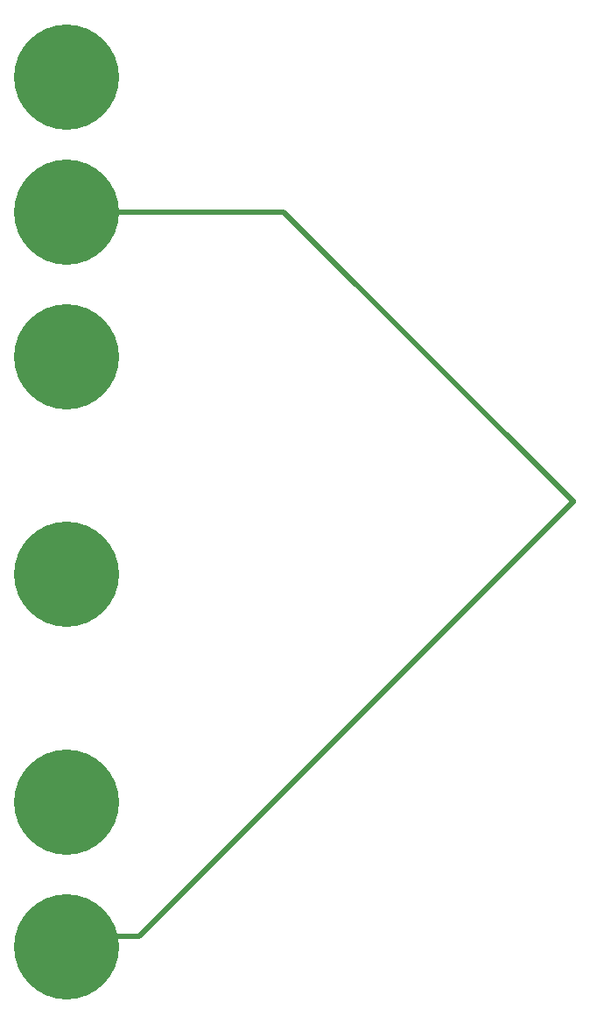
<source format=gbr>
%TF.GenerationSoftware,KiCad,Pcbnew,7.0.11+dfsg-1build4*%
%TF.CreationDate,2025-01-11T13:27:16-06:00*%
%TF.ProjectId,InductorAntenna,496e6475-6374-46f7-9241-6e74656e6e61,rev?*%
%TF.SameCoordinates,Original*%
%TF.FileFunction,Copper,L1,Top*%
%TF.FilePolarity,Positive*%
%FSLAX46Y46*%
G04 Gerber Fmt 4.6, Leading zero omitted, Abs format (unit mm)*
G04 Created by KiCad (PCBNEW 7.0.11+dfsg-1build4) date 2025-01-11 13:27:16*
%MOMM*%
%LPD*%
G01*
G04 APERTURE LIST*
%TA.AperFunction,WasherPad*%
%ADD10C,10.160000*%
%TD*%
%TA.AperFunction,ComponentPad*%
%ADD11C,10.160000*%
%TD*%
%TA.AperFunction,ViaPad*%
%ADD12C,0.600000*%
%TD*%
%TA.AperFunction,Conductor*%
%ADD13C,0.500000*%
%TD*%
G04 APERTURE END LIST*
D10*
%TO.P,H3,*%
%TO.N,*%
X57000000Y-128000000D03*
%TD*%
%TO.P,H2,*%
%TO.N,*%
X57000000Y-106000000D03*
%TD*%
%TO.P,H1,*%
%TO.N,*%
X57000000Y-85000000D03*
%TD*%
D11*
%TO.P,J3,1,Pin_1*%
%TO.N,Net-(J1-Pin_1)*%
X57000000Y-142000000D03*
%TD*%
%TO.P,J1,1,Pin_1*%
%TO.N,Net-(J1-Pin_1)*%
X57000000Y-58000000D03*
%TD*%
%TO.P,J2,1,Pin_1*%
%TO.N,Net-(J1-Pin_1)*%
X57000000Y-71000000D03*
%TD*%
D12*
%TO.N,Net-(J1-Pin_1)*%
X106000000Y-99000000D03*
%TD*%
D13*
%TO.N,Net-(J1-Pin_1)*%
X106000000Y-99000000D02*
X64000000Y-141000000D01*
X64000000Y-141000000D02*
X58000000Y-141000000D01*
X58000000Y-141000000D02*
X57000000Y-142000000D01*
X106000000Y-99000000D02*
X78000000Y-71000000D01*
X78000000Y-71000000D02*
X57000000Y-71000000D01*
%TD*%
M02*

</source>
